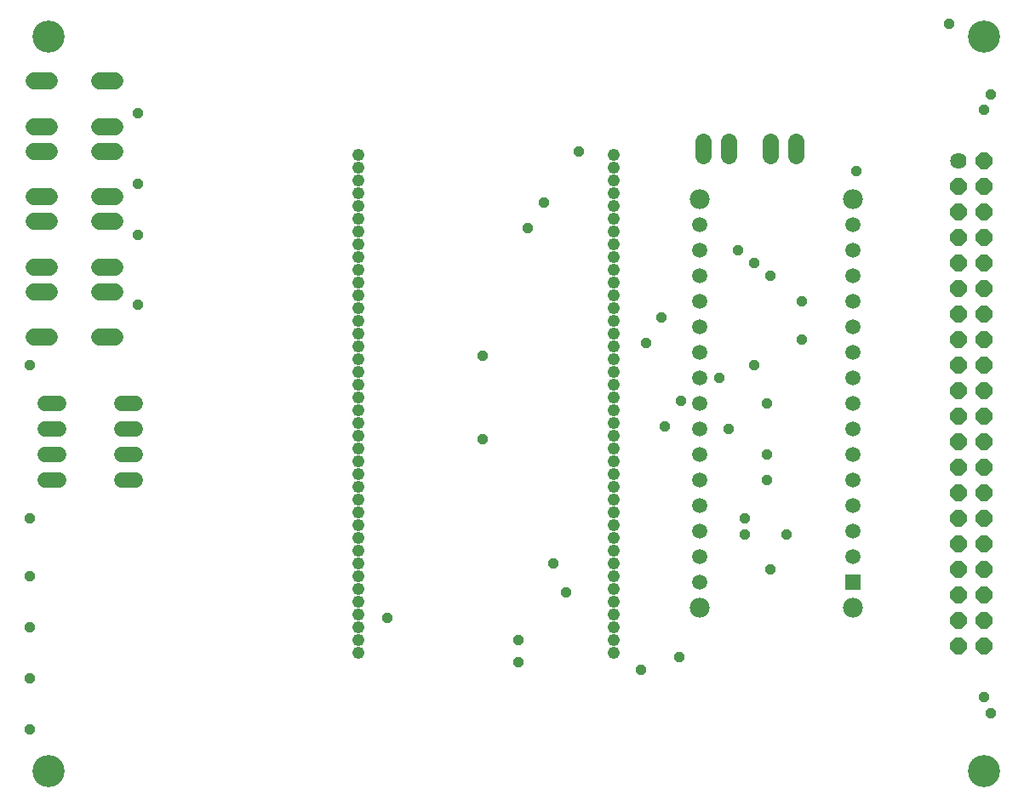
<source format=gbr>
G04 EAGLE Gerber RS-274X export*
G75*
%MOMM*%
%FSLAX34Y34*%
%LPD*%
%INSoldermask Bottom*%
%IPPOS*%
%AMOC8*
5,1,8,0,0,1.08239X$1,22.5*%
G01*
G04 Define Apertures*
%ADD10C,3.203200*%
%ADD11C,1.524000*%
%ADD12C,1.727200*%
%ADD13C,1.625600*%
%ADD14P,1.75953X8X292.5*%
%ADD15C,1.219200*%
%ADD16C,1.981200*%
%ADD17R,1.511200X1.511200*%
%ADD18C,1.511200*%
%ADD19C,1.625600*%
%ADD20P,1.03866X8X22.5*%
D10*
X35000Y35000D03*
X965000Y35000D03*
X35000Y765000D03*
X965000Y765000D03*
D11*
X44704Y400050D02*
X31496Y400050D01*
X31496Y374650D02*
X44704Y374650D01*
X107696Y374650D02*
X120904Y374650D01*
X120904Y400050D02*
X107696Y400050D01*
X44704Y349250D02*
X31496Y349250D01*
X31496Y323850D02*
X44704Y323850D01*
X107696Y349250D02*
X120904Y349250D01*
X120904Y323850D02*
X107696Y323850D01*
D12*
X100457Y466344D02*
X85217Y466344D01*
X85217Y511556D02*
X100457Y511556D01*
X35433Y466344D02*
X20193Y466344D01*
X20193Y511556D02*
X35433Y511556D01*
X85217Y536194D02*
X100457Y536194D01*
X100457Y581406D02*
X85217Y581406D01*
X35433Y536194D02*
X20193Y536194D01*
X20193Y581406D02*
X35433Y581406D01*
X35433Y651256D02*
X20193Y651256D01*
X20193Y606044D02*
X35433Y606044D01*
X85217Y651256D02*
X100457Y651256D01*
X100457Y606044D02*
X85217Y606044D01*
X35433Y721106D02*
X20193Y721106D01*
X20193Y675894D02*
X35433Y675894D01*
X85217Y721106D02*
X100457Y721106D01*
X100457Y675894D02*
X85217Y675894D01*
D13*
X939800Y641350D03*
D14*
X965200Y641350D03*
X939800Y615950D03*
X965200Y615950D03*
X939800Y590550D03*
X965200Y590550D03*
X939800Y565150D03*
X965200Y565150D03*
X939800Y539750D03*
X965200Y539750D03*
X939800Y514350D03*
X965200Y514350D03*
X939800Y488950D03*
X965200Y488950D03*
X939800Y463550D03*
X965200Y463550D03*
X939800Y438150D03*
X965200Y438150D03*
X939800Y412750D03*
X965200Y412750D03*
X939800Y387350D03*
X965200Y387350D03*
X939800Y361950D03*
X965200Y361950D03*
X939800Y336550D03*
X965200Y336550D03*
X965200Y311150D03*
X939800Y311150D03*
X965200Y285750D03*
X939800Y285750D03*
X965200Y260350D03*
X939800Y260350D03*
X939800Y234950D03*
X965200Y234950D03*
X965200Y209550D03*
X939800Y209550D03*
X939800Y184150D03*
X965200Y184150D03*
X939800Y158750D03*
X965200Y158750D03*
D15*
X342900Y596900D03*
X342900Y609600D03*
X342900Y622300D03*
X342900Y635000D03*
X342900Y647700D03*
X596900Y596900D03*
X596900Y609600D03*
X596900Y622300D03*
X596900Y635000D03*
X596900Y647700D03*
X342900Y533400D03*
X342900Y546100D03*
X342900Y558800D03*
X342900Y571500D03*
X342900Y584200D03*
X342900Y469900D03*
X342900Y482600D03*
X342900Y495300D03*
X342900Y508000D03*
X342900Y520700D03*
X342900Y406400D03*
X342900Y419100D03*
X342900Y431800D03*
X342900Y444500D03*
X342900Y457200D03*
X342900Y342900D03*
X342900Y355600D03*
X342900Y368300D03*
X342900Y381000D03*
X342900Y393700D03*
X342900Y279400D03*
X342900Y292100D03*
X342900Y304800D03*
X342900Y317500D03*
X342900Y330200D03*
X342900Y215900D03*
X342900Y228600D03*
X342900Y241300D03*
X342900Y254000D03*
X342900Y266700D03*
X342900Y152400D03*
X342900Y165100D03*
X342900Y177800D03*
X342900Y190500D03*
X342900Y203200D03*
X596900Y533400D03*
X596900Y546100D03*
X596900Y558800D03*
X596900Y571500D03*
X596900Y584200D03*
X596900Y469900D03*
X596900Y482600D03*
X596900Y495300D03*
X596900Y508000D03*
X596900Y520700D03*
X596900Y406400D03*
X596900Y419100D03*
X596900Y431800D03*
X596900Y444500D03*
X596900Y457200D03*
X596900Y342900D03*
X596900Y355600D03*
X596900Y368300D03*
X596900Y381000D03*
X596900Y393700D03*
X596900Y279400D03*
X596900Y292100D03*
X596900Y304800D03*
X596900Y317500D03*
X596900Y330200D03*
X596900Y215900D03*
X596900Y228600D03*
X596900Y241300D03*
X596900Y254000D03*
X596900Y266700D03*
X596900Y152400D03*
X596900Y165100D03*
X596900Y177800D03*
X596900Y190500D03*
X596900Y203200D03*
D16*
X835025Y196850D03*
D17*
X835025Y222250D03*
D18*
X835025Y247650D03*
X835025Y273050D03*
X835025Y298450D03*
X835025Y323850D03*
X835025Y349250D03*
X835025Y374650D03*
X835025Y400050D03*
X835025Y425450D03*
X835025Y450850D03*
X835025Y476250D03*
X835025Y501650D03*
X835025Y527050D03*
X835025Y552450D03*
X835025Y577850D03*
X682625Y577850D03*
X682625Y552450D03*
X682625Y527050D03*
X682625Y501650D03*
X682625Y476250D03*
X682625Y450850D03*
X682625Y425450D03*
X682625Y400050D03*
X682625Y374650D03*
X682625Y349250D03*
X682625Y323850D03*
X682625Y298450D03*
X682625Y273050D03*
X682625Y247650D03*
X682625Y222250D03*
D16*
X682625Y196850D03*
X682625Y603250D03*
X835025Y603250D03*
D19*
X777875Y646938D02*
X777875Y661162D01*
X752475Y661162D02*
X752475Y646938D01*
X685800Y646938D02*
X685800Y661162D01*
X711200Y661162D02*
X711200Y646938D01*
D20*
X123825Y688975D03*
X123825Y619125D03*
X123825Y568325D03*
X123825Y498475D03*
X15875Y285750D03*
X15875Y438150D03*
X15875Y228600D03*
X15875Y177800D03*
X15875Y127000D03*
X15875Y76200D03*
X466725Y447675D03*
X466725Y365125D03*
X371475Y187325D03*
X501650Y142875D03*
X930275Y777875D03*
X727075Y269875D03*
X720725Y552450D03*
X784225Y463550D03*
X838200Y631825D03*
X623888Y134938D03*
X661988Y147638D03*
X749300Y349250D03*
X749300Y323850D03*
X647700Y377825D03*
X536575Y241300D03*
X549275Y212725D03*
X511175Y574675D03*
X527050Y600075D03*
X727075Y285750D03*
X501650Y165100D03*
X561975Y650875D03*
X965200Y692150D03*
X971550Y708025D03*
X644525Y485775D03*
X736600Y539750D03*
X701675Y425450D03*
X749300Y400050D03*
X628650Y460375D03*
X752475Y527050D03*
X663575Y403225D03*
X711200Y374650D03*
X736600Y438150D03*
X752475Y234950D03*
X971550Y92075D03*
X965200Y107950D03*
X784225Y501650D03*
X768350Y269875D03*
M02*

</source>
